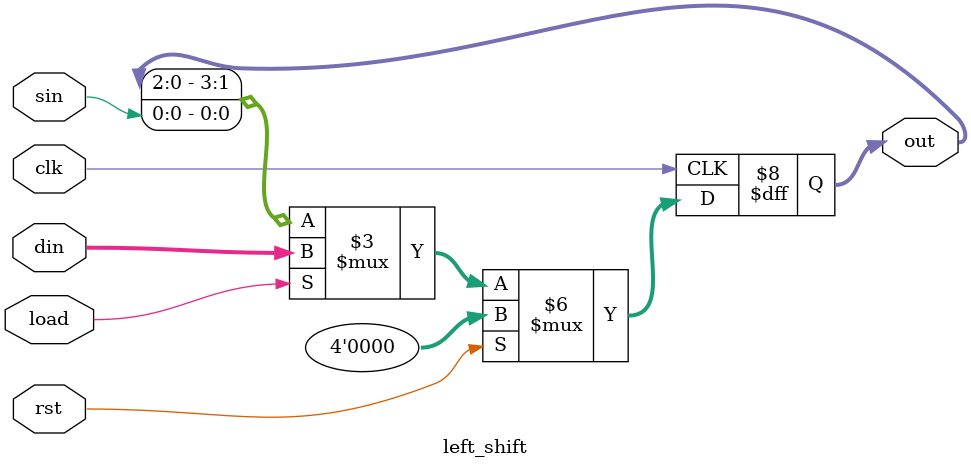
<source format=v>
module left_shift( clk,rst,din,load,sin,out);
input clk,rst;
input load;
input [3:0]din;
input sin;
output reg [3:0]out;

always@(posedge clk)
begin
	if(rst)
	out<=0;
	else
	begin
	if(load)
			out<=din;
		else
			out<={out[2:0], sin};
	end
end
	endmodule

</source>
